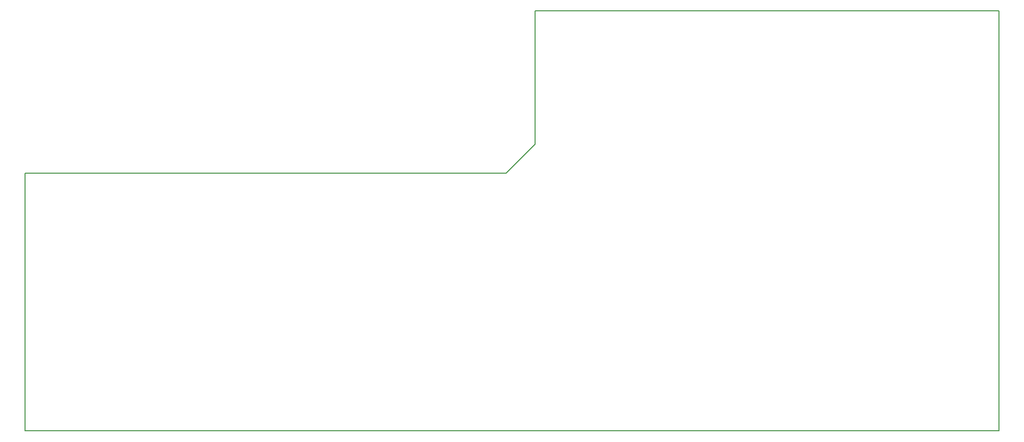
<source format=gbr>
%TF.GenerationSoftware,KiCad,Pcbnew,(5.1.7)-1*%
%TF.CreationDate,2020-11-15T19:07:40-05:00*%
%TF.ProjectId,Console,436f6e73-6f6c-4652-9e6b-696361645f70,rev?*%
%TF.SameCoordinates,Original*%
%TF.FileFunction,Profile,NP*%
%FSLAX46Y46*%
G04 Gerber Fmt 4.6, Leading zero omitted, Abs format (unit mm)*
G04 Created by KiCad (PCBNEW (5.1.7)-1) date 2020-11-15 19:07:40*
%MOMM*%
%LPD*%
G01*
G04 APERTURE LIST*
%TA.AperFunction,Profile*%
%ADD10C,0.200000*%
%TD*%
G04 APERTURE END LIST*
D10*
X153000000Y-58500000D02*
X233000000Y-58500000D01*
X65000001Y-86500000D02*
X148000000Y-86500000D01*
X65000001Y-131000000D02*
X65000001Y-86500000D01*
X148000000Y-86500000D02*
X153000000Y-81500000D01*
X233000000Y-58500000D02*
X233000000Y-131000000D01*
X233000000Y-131000000D02*
X65000001Y-131000000D01*
X153000000Y-81500000D02*
X153000000Y-58500000D01*
M02*

</source>
